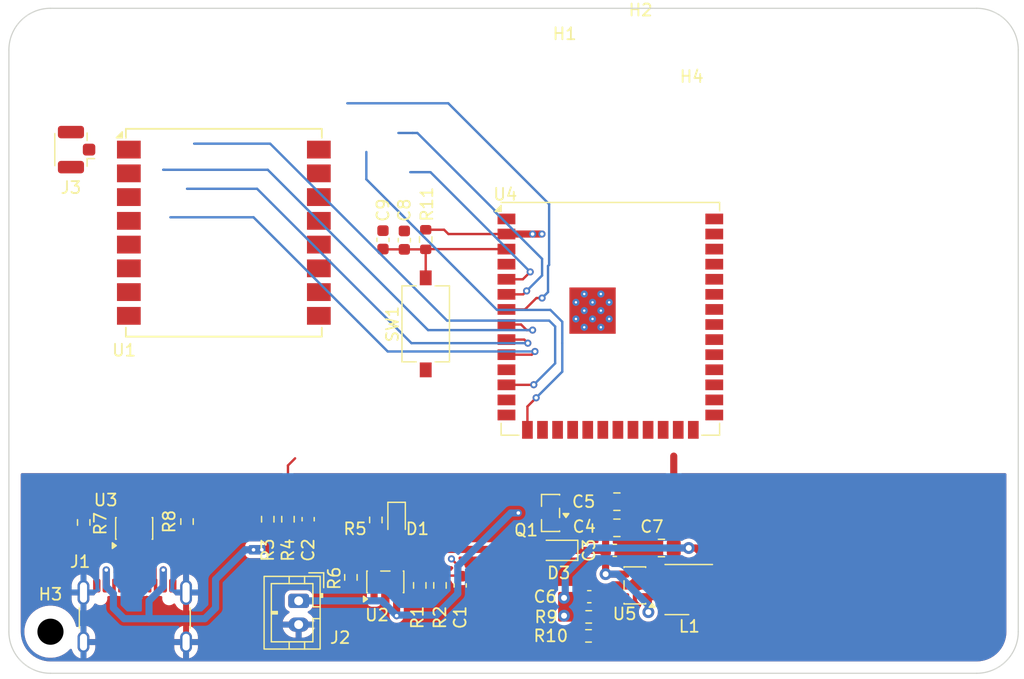
<source format=kicad_pcb>
(kicad_pcb (version 20241229) (generator "pcbnew") (generator_version "9.0")
  (layers (0 "F.Cu" signal) (2 "B.Cu" signal) (13 "F.Paste" user) (15 "B.Paste" user) (5 "F.SilkS" user "F.Silkscreen") (7 "B.SilkS" user "B.Silkscreen") (1 "F.Mask" user) (3 "B.Mask" user) (25 "Edge.Cuts" user))
  (net 0 "")
  (net 1 "/BAT_SENSE")
  (net 2 "GND")
  (net 3 "/V5_SENSE")
  (net 4 "VCC")
  (net 5 "Net-(D1-K)")
  (net 6 "Net-(D3-K)")
  (net 7 "/USB_D-")
  (net 9 "/USB_D+")
  (net 10 "Net-(U5-FB)")
  (net 12 "/VBAT")
  (net 13 "Net-(U2-~{CHRG})")
  (net 14 "Net-(U2-PROG)")
  (net 17 "/DIO3")
  (net 19 "/MOSI")
  (net 26 "/DIO2")
  (net 29 "/VBUS")
  (net 30 "/DIO4")
  (net 33 "/~{LoRa_RST}")
  (net 34 "/MISO")
  (net 40 "/SCK")
  (net 42 "/DIO0")
  (net 50 "/DIO1")
  (net 51 "/~{SS}")
  (net 52 "/DIO5")
  (net 53 "Net-(J1-CC1)")
  (net 54 "Net-(J3-In)")
  (net 55 "Net-(J1-CC2)")
  (net 56 "Net-(U5-LX)")
  (net 57 "Net-(U4-USB_D+)")
  (net 58 "Net-(U4-USB_D-)")
  (net 59 "/~{ESP_EN}")
  (footprint "Capacitor_SMD:C_0603_1608Metric" (layer "F.Cu") (at 131.5 93.5 90)
    (property "Reference" "C9" (at 2.5 0 90) (layer "F.SilkS"))
    (property "Value" "100n" (hide yes))
    (pad "1" smd roundrect (at -0.775 0 90) (size 0.9 0.95) (layers "F.Cu" "F.Mask" "F.Paste") (net 59 "/~{ESP_EN}"))
    (pad "2" smd roundrect (at 0.775 0 90) (size 0.9 0.95) (layers "F.Cu" "F.Mask" "F.Paste") (net 2 "GND"))
  )
  (footprint "Resistor_SMD:R_0603_1608Metric" (layer "F.Cu") (at 121.8 117.025 90)
    (property "Reference" "R3" (at -2.6 0 90) (layer "F.SilkS"))
    (property "Value" "470k" (hide yes))
    (pad "1" smd roundrect (at -0.825 0 90) (size 0.8 0.95) (layers "F.Cu" "F.Mask" "F.Paste") (net 29 "/VBUS"))
    (pad "2" smd roundrect (at 0.825 0 90) (size 0.8 0.95) (layers "F.Cu" "F.Mask" "F.Paste") (net 3 "/V5_SENSE"))
  )
  (footprint "Capacitor_SMD:C_0603_1608Metric" (layer "F.Cu") (at 133.3 93.525 90)
    (property "Reference" "C8" (at 2.525 0 90) (layer "F.SilkS"))
    (property "Value" "1u" (hide yes))
    (pad "1" smd roundrect (at -0.775 0 90) (size 0.9 0.95) (layers "F.Cu" "F.Mask" "F.Paste") (net 59 "/~{ESP_EN}"))
    (pad "2" smd roundrect (at 0.775 0 90) (size 0.9 0.95) (layers "F.Cu" "F.Mask" "F.Paste") (net 2 "GND"))
  )
  (footprint "LED_SMD:LED_0603_1608Metric" (layer "F.Cu") (at 132.65 117.0875 -90)
    (property "Reference" "D1" (at 0.75 -1.75 0) (layer "F.SilkS"))
    (property "Value" "LED" (hide yes))
    (pad "1" smd roundrect (at -0.7875 0 270) (size 0.875 0.95) (layers "F.Cu" "F.Mask" "F.Paste") (net 5 "Net-(D1-K)"))
    (pad "2" smd roundrect (at 0.7875 0 270) (size 0.875 0.95) (layers "F.Cu" "F.Mask" "F.Paste") (net 29 "/VBUS"))
  )
  (footprint "Connector_Coaxial:U.FL_Hirose_U.FL-R-SMT-1_Vertical" (layer "F.Cu") (at 105.7 85.9 180)
    (property "Reference" "J3" (at 0.475 -3.2 0) (layer "F.SilkS"))
    (property "Value" "Conn_Coaxial" (hide yes))
    (pad "1" smd roundrect (at -1.05 0 180) (size 1.05 1) (layers "F.Cu" "F.Mask" "F.Paste") (net 54 "Net-(J3-In)"))
    (pad "2" smd roundrect (at 0.475 -1.475 180) (size 2.2 1.05) (layers "F.Cu" "F.Mask" "F.Paste") (roundrect_rratio 0.2380952381) (net 2 "GND"))
    (pad "2" smd roundrect (at 0.475 1.475 180) (size 2.2 1.05) (layers "F.Cu" "F.Mask" "F.Paste") (roundrect_rratio 0.2380952381) (net 2 "GND"))
    (zone (net 0) (net_name "") (layers "F.Cu" "B.Cu") (connect_pads (clearance 0)) (min_thickness 0.25)
      (keepout (tracks not_allowed) (vias not_allowed) (pads not_allowed) (copperpour not_allowed) (footprints allowed))
      (fill (thermal_gap 0.5) (thermal_bridge_width 0.5))
      (polygon (pts (xy 104.125 86.85) (xy 106.215 86.85) (xy 106.215 84.95) (xy 104.125 84.95)))
    )
  )
  (footprint "Button_Switch_SMD:SW_Tactile_SPST_NO_Straight_CK_PTS636Sx25SMTRLFS" (layer "F.Cu") (at 135.1 100.575 -90)
    (property "Reference" "SW1" (at 0.025 2.8 90) (layer "F.SilkS"))
    (property "Value" "SW_Push" (hide yes))
    (pad "1" smd rect (at -3.875 0 270) (size 1.25 1) (layers "F.Cu" "F.Mask" "F.Paste") (net 59 "/~{ESP_EN}"))
    (pad "2" smd rect (at 3.875 0 270) (size 1.25 1) (layers "F.Cu" "F.Mask" "F.Paste") (net 2 "GND"))
  )
  (footprint "Capacitor_SMD:C_0603_1608Metric" (layer "F.Cu") (at 148.875 123.55)
    (property "Reference" "C6" (at -3.715 0 0) (layer "F.SilkS"))
    (property "Value" "22p" (hide yes))
    (pad "1" smd roundrect (at -0.775 0) (size 0.9 0.95) (layers "F.Cu" "F.Mask" "F.Paste") (net 4 "VCC"))
    (pad "2" smd roundrect (at 0.775 0) (size 0.9 0.95) (layers "F.Cu" "F.Mask" "F.Paste") (net 10 "Net-(U5-FB)"))
  )
  (footprint "Capacitor_SMD:C_0603_1608Metric" (layer "F.Cu") (at 138 122.6 -90)
    (property "Reference" "C1" (at 2.7 0 90) (layer "F.SilkS"))
    (property "Value" "100n" (hide yes))
    (pad "1" smd roundrect (at -0.775 0 270) (size 0.9 0.95) (layers "F.Cu" "F.Mask" "F.Paste") (net 1 "/BAT_SENSE"))
    (pad "2" smd roundrect (at 0.775 0 270) (size 0.9 0.95) (layers "F.Cu" "F.Mask" "F.Paste") (net 2 "GND"))
  )
  (footprint "Resistor_SMD:R_0603_1608Metric" (layer "F.Cu") (at 148.825 125.25)
    (property "Reference" "R9" (at -3.585 0.01 0) (layer "F.SilkS"))
    (property "Value" "220k/1%" (hide yes))
    (pad "1" smd roundrect (at -0.825 0) (size 0.8 0.95) (layers "F.Cu" "F.Mask" "F.Paste") (net 4 "VCC"))
    (pad "2" smd roundrect (at 0.825 0) (size 0.8 0.95) (layers "F.Cu" "F.Mask" "F.Paste") (net 10 "Net-(U5-FB)"))
  )
  (footprint "Package_TO_SOT_SMD:SOT-23" (layer "F.Cu") (at 145.6125 116.5 180)
    (property "Reference" "Q1" (at 2.0625 -1.45 0) (layer "F.SilkS"))
    (property "Value" "DMP3099L" (hide yes))
    (pad "1" smd roundrect (at -0.9375 -0.95 180) (size 1.475 0.6) (layers "F.Cu" "F.Mask" "F.Paste") (net 29 "/VBUS"))
    (pad "2" smd roundrect (at -0.9375 0.95 180) (size 1.475 0.6) (layers "F.Cu" "F.Mask" "F.Paste") (net 6 "Net-(D3-K)"))
    (pad "3" smd roundrect (at 0.9375 0 180) (size 1.475 0.6) (layers "F.Cu" "F.Mask" "F.Paste") (net 12 "/VBAT"))
  )
  (footprint "RF_Module:ESP32-S3-WROOM-1U" (layer "F.Cu") (at 150.65 100.15)
    (property "Reference" "U4" (at -8.85 -10.48 0) (layer "F.SilkS"))
    (property "Value" "ESP32-S3-WROOM-1" (hide yes))
    (pad "1" smd rect (at -8.75 -8.41) (size 1.5 0.9) (layers "F.Cu" "F.Mask" "F.Paste") (net 2 "GND"))
    (pad "2" smd rect (at -8.75 -7.14) (size 1.5 0.9) (layers "F.Cu" "F.Mask" "F.Paste") (net 4 "VCC"))
    (pad "3" smd rect (at -8.75 -5.87) (size 1.5 0.9) (layers "F.Cu" "F.Mask" "F.Paste") (net 59 "/~{ESP_EN}"))
    (pad "4" smd rect (at -8.75 -4.6) (size 1.5 0.9) (layers "F.Cu" "F.Mask" "F.Paste"))
    (pad "5" smd rect (at -8.75 -3.33) (size 1.5 0.9) (layers "F.Cu" "F.Mask" "F.Paste") (net 40 "/SCK"))
    (pad "6" smd rect (at -8.75 -2.06) (size 1.5 0.9) (layers "F.Cu" "F.Mask" "F.Paste") (net 19 "/MOSI"))
    (pad "7" smd rect (at -8.75 -0.79) (size 1.5 0.9) (layers "F.Cu" "F.Mask" "F.Paste") (net 51 "/~{SS}"))
    (pad "8" smd rect (at -8.75 0.48) (size 1.5 0.9) (layers "F.Cu" "F.Mask" "F.Paste") (net 42 "/DIO0"))
    (pad "9" smd rect (at -8.75 1.75) (size 1.5 0.9) (layers "F.Cu" "F.Mask" "F.Paste") (net 50 "/DIO1"))
    (pad "10" smd rect (at -8.75 3.02) (size 1.5 0.9) (layers "F.Cu" "F.Mask" "F.Paste") (net 26 "/DIO2"))
    (pad "11" smd rect (at -8.75 4.29) (size 1.5 0.9) (layers "F.Cu" "F.Mask" "F.Paste"))
    (pad "12" smd rect (at -8.75 5.56) (size 1.5 0.9) (layers "F.Cu" "F.Mask" "F.Paste") (net 33 "/~{LoRa_RST}"))
    (pad "13" smd rect (at -8.75 6.83) (size 1.5 0.9) (layers "F.Cu" "F.Mask" "F.Paste") (net 58 "Net-(U4-USB_D-)"))
    (pad "14" smd rect (at -8.75 8.1 180) (size 1.5 0.9) (layers "F.Cu" "F.Mask" "F.Paste") (net 57 "Net-(U4-USB_D+)"))
    (pad "15" smd rect (at -6.985 9.35 270) (size 1.5 0.9) (layers "F.Cu" "F.Mask" "F.Paste") (net 34 "/MISO"))
    (pad "16" smd rect (at -5.715 9.35 270) (size 1.5 0.9) (layers "F.Cu" "F.Mask" "F.Paste"))
    (pad "17" smd rect (at -4.445 9.35 270) (size 1.5 0.9) (layers "F.Cu" "F.Mask" "F.Paste"))
    (pad "18" smd rect (at -3.175 9.35 270) (size 1.5 0.9) (layers "F.Cu" "F.Mask" "F.Paste"))
    (pad "19" smd rect (at -1.905 9.35 270) (size 1.5 0.9) (layers "F.Cu" "F.Mask" "F.Paste"))
    (pad "20" smd rect (at -0.635 9.35 270) (size 1.5 0.9) (layers "F.Cu" "F.Mask" "F.Paste"))
    (pad "21" smd rect (at 0.635 9.35 270) (size 1.5 0.9) (layers "F.Cu" "F.Mask" "F.Paste"))
    (pad "22" smd rect (at 1.905 9.35 270) (size 1.5 0.9) (layers "F.Cu" "F.Mask" "F.Paste"))
    (pad "23" smd rect (at 3.175 9.35 270) (size 1.5 0.9) (layers "F.Cu" "F.Mask" "F.Paste"))
    (pad "24" smd rect (at 4.445 9.35 270) (size 1.5 0.9) (layers "F.Cu" "F.Mask" "F.Paste"))
    (pad "25" smd rect (at 5.715 9.35 270) (size 1.5 0.9) (layers "F.Cu" "F.Mask" "F.Paste"))
    (pad "26" smd rect (at 6.985 9.35 270) (size 1.5 0.9) (layers "F.Cu" "F.Mask" "F.Paste"))
    (pad "27" smd rect (at 8.75 8.1) (size 1.5 0.9) (layers "F.Cu" "F.Mask" "F.Paste"))
    (pad "28" smd rect (at 8.75 6.83) (size 1.5 0.9) (layers "F.Cu" "F.Mask" "F.Paste"))
    (pad "29" smd rect (at 8.75 5.56) (size 1.5 0.9) (layers "F.Cu" "F.Mask" "F.Paste"))
    (pad "30" smd rect (at 8.75 4.29) (size 1.5 0.9) (layers "F.Cu" "F.Mask" "F.Paste"))
    (pad "31" smd rect (at 8.75 3.02) (size 1.5 0.9) (layers "F.Cu" "F.Mask" "F.Paste"))
    (pad "32" smd rect (at 8.75 1.75) (size 1.5 0.9) (layers "F.Cu" "F.Mask" "F.Paste"))
    (pad "33" smd rect (at 8.75 0.48) (size 1.5 0.9) (layers "F.Cu" "F.Mask" "F.Paste"))
    (pad "34" smd rect (at 8.75 -0.79) (size 1.5 0.9) (layers "F.Cu" "F.Mask" "F.Paste"))
    (pad "35" smd rect (at 8.75 -2.06) (size 1.5 0.9) (layers "F.Cu" "F.Mask" "F.Paste"))
    (pad "36" smd rect (at 8.75 -3.33) (size 1.5 0.9) (layers "F.Cu" "F.Mask" "F.Paste"))
    (pad "37" smd rect (at 8.75 -4.6) (size 1.5 0.9) (layers "F.Cu" "F.Mask" "F.Paste"))
    (pad "38" smd rect (at 8.75 -5.87) (size 1.5 0.9) (layers "F.Cu" "F.Mask" "F.Paste"))
    (pad "39" smd rect (at 8.75 -7.14) (size 1.5 0.9) (layers "F.Cu" "F.Mask" "F.Paste"))
    (pad "40" smd rect (at 8.75 -8.41) (size 1.5 0.9) (layers "F.Cu" "F.Mask" "F.Paste") (net 2 "GND"))
    (pad "41" thru_hole circle (at -2.9 -1.39) (size 0.6 0.6) (drill 0.2) (property pad_prop_heatsink) (layers "*.Cu" "F.Mask") (net 2 "GND"))
    (pad "41" thru_hole circle (at -2.9 0.01) (size 0.6 0.6) (drill 0.2) (property pad_prop_heatsink) (layers "*.Cu" "F.Mask") (net 2 "GND"))
    (pad "41" thru_hole circle (at -2.2 -2.09) (size 0.6 0.6) (drill 0.2) (property pad_prop_heatsink) (layers "*.Cu" "F.Mask") (net 2 "GND"))
    (pad "41" thru_hole circle (at -2.2 -0.69) (size 0.6 0.6) (drill 0.2) (property pad_prop_heatsink) (layers "*.Cu" "F.Mask") (net 2 "GND"))
    (pad "41" thru_hole circle (at -2.2 0.71) (size 0.6 0.6) (drill 0.2) (property pad_prop_heatsink) (layers "*.Cu" "F.Mask") (net 2 "GND"))
    (pad "41" thru_hole circle (at -1.5 -1.39) (size 0.6 0.6) (drill 0.2) (property pad_prop_heatsink) (layers "*.Cu" "F.Mask") (net 2 "GND"))
    (pad "41" smd rect (at -1.5 -0.69) (size 3.9 3.9) (property pad_prop_heatsink) (layers "F.Cu" "F.Mask") (net 2 "GND"))
    (pad "41" thru_hole circle (at -1.5 0.01) (size 0.6 0.6) (drill 0.2) (property pad_prop_heatsink) (layers "*.Cu" "F.Mask") (net 2 "GND"))
    (pad "41" thru_hole circle (at -0.8 -2.09) (size 0.6 0.6) (drill 0.2) (property pad_prop_heatsink) (layers "*.Cu" "F.Mask") (net 2 "GND"))
    (pad "41" thru_hole circle (at -0.8 -0.69) (size 0.6 0.6) (drill 0.2) (property pad_prop_heatsink) (layers "*.Cu" "F.Mask") (net 2 "GND"))
    (pad "41" thru_hole circle (at -0.8 0.71) (size 0.6 0.6) (drill 0.2) (property pad_prop_heatsink) (layers "*.Cu" "F.Mask") (net 2 "GND"))
    (pad "41" thru_hole circle (at -0.1 -1.39) (size 0.6 0.6) (drill 0.2) (property pad_prop_heatsink) (layers "*.Cu" "F.Mask") (net 2 "GND"))
    (pad "41" thru_hole circle (at -0.1 0.01) (size 0.6 0.6) (drill 0.2) (property pad_prop_heatsink) (layers "*.Cu" "F.Mask") (net 2 "GND"))
  )
  (footprint "Resistor_SMD:R_0603_1608Metric" (layer "F.Cu") (at 115 117.225 90)
    (property "Reference" "R8" (at 0 -1.5 90) (layer "F.SilkS"))
    (property "Value" "5.1k" (hide yes))
    (pad "1" smd roundrect (at -0.825 0 90) (size 0.8 0.95) (layers "F.Cu" "F.Mask" "F.Paste") (net 55 "Net-(J1-CC2)"))
    (pad "2" smd roundrect (at 0.825 0 90) (size 0.8 0.95) (layers "F.Cu" "F.Mask" "F.Paste") (net 2 "GND"))
  )
  (footprint "MountingHole:MountingHole_2.2mm_M2" (layer "F.Cu") (at 103.5 126.5)
    (property "Reference" "H3" (at 0 -3.15 0) (layer "F.SilkS"))
    (property "Value" "MountingHole" (hide yes))
    (pad "" np_thru_hole circle (at 0 0) (size 2.2 2.2) (drill 2.2) (layers "*.Mask"))
  )
  (footprint "Resistor_SMD:R_0603_1608Metric" (layer "F.Cu") (at 134.6 122.6 90)
    (property "Reference" "R1" (at -2.7 -0.2 90) (layer "F.SilkS"))
    (property "Value" "470k" (hide yes))
    (pad "1" smd roundrect (at -0.825 0 90) (size 0.8 0.95) (layers "F.Cu" "F.Mask" "F.Paste") (net 12 "/VBAT"))
    (pad "2" smd roundrect (at 0.825 0 90) (size 0.8 0.95) (layers "F.Cu" "F.Mask" "F.Paste") (net 1 "/BAT_SENSE"))
  )
  (footprint "Capacitor_SMD:C_0805_2012Metric" (layer "F.Cu") (at 151.2 115.55)
    (property "Reference" "C5" (at -2.8 0 0) (layer "F.SilkS"))
    (property "Value" "22u" (hide yes))
    (pad "1" smd roundrect (at -0.95 0) (size 1 1.45) (layers "F.Cu" "F.Mask" "F.Paste") (net 6 "Net-(D3-K)"))
    (pad "2" smd roundrect (at 0.95 0) (size 1 1.45) (layers "F.Cu" "F.Mask" "F.Paste") (net 2 "GND"))
  )
  (footprint "MountingHole:MountingHole_2.2mm_M2" (layer "F.Cu") (at 146.8 79.3)
    (property "Reference" "H1" (at 0 -3.15 0) (layer "F.SilkS"))
    (property "Value" "MountingHole" (hide yes))
    (pad "" np_thru_hole circle (at 0 0) (size 2.2 2.2) (drill 2.2) (layers "*.Cu" "*.Mask"))
  )
  (footprint "Resistor_SMD:R_0603_1608Metric" (layer "F.Cu") (at 106.3 117.3 90)
    (property "Reference" "R7" (at -0.1 1.4 90) (layer "F.SilkS"))
    (property "Value" "5.1k" (hide yes))
    (pad "1" smd roundrect (at -0.825 0 90) (size 0.8 0.95) (layers "F.Cu" "F.Mask" "F.Paste") (net 53 "Net-(J1-CC1)"))
    (pad "2" smd roundrect (at 0.825 0 90) (size 0.8 0.95) (layers "F.Cu" "F.Mask" "F.Paste") (net 2 "GND"))
  )
  (footprint "Resistor_SMD:R_0603_1608Metric" (layer "F.Cu") (at 136.3 122.6 -90)
    (property "Reference" "R2" (at 2.7 0 90) (layer "F.SilkS"))
    (property "Value" "470k" (hide yes))
    (pad "1" smd roundrect (at -0.825 0 270) (size 0.8 0.95) (layers "F.Cu" "F.Mask" "F.Paste") (net 1 "/BAT_SENSE"))
    (pad "2" smd roundrect (at 0.825 0 270) (size 0.8 0.95) (layers "F.Cu" "F.Mask" "F.Paste") (net 2 "GND"))
  )
  (footprint "MountingHole:MountingHole_2.2mm_M2" (layer "F.Cu") (at 157.5 82.9)
    (property "Reference" "H4" (at 0 -3.15 0) (layer "F.SilkS"))
    (property "Value" "MountingHole" (hide yes))
    (pad "" np_thru_hole circle (at 0 0) (size 2.2 2.2) (drill 2.2) (layers "*.Cu" "*.Mask"))
  )
  (footprint "Inductor_SMD_Wurth:L_Wurth_WE-LQSH-4020" (layer "F.Cu") (at 157.25 122.95 180)
    (property "Reference" "L1" (at -0.05 -3.1 0) (layer "F.SilkS"))
    (property "Value" "22uH" (hide yes))
    (pad "1" smd rect (at -1.55 0 180) (size 1.2 3.3) (layers "F.Cu" "F.Mask" "F.Paste") (net 4 "VCC"))
    (pad "2" smd rect (at 1.55 0 180) (size 1.2 3.3) (layers "F.Cu" "F.Mask" "F.Paste") (net 56 "Net-(U5-LX)"))
  )
  (footprint "Resistor_SMD:R_0603_1608Metric" (layer "F.Cu") (at 123.5 117.025 -90)
    (property "Reference" "R4" (at 2.6 0 90) (layer "F.SilkS"))
    (property "Value" "470k" (hide yes))
    (pad "1" smd roundrect (at -0.825 0 270) (size 0.8 0.95) (layers "F.Cu" "F.Mask" "F.Paste") (net 3 "/V5_SENSE"))
    (pad "2" smd roundrect (at 0.825 0 270) (size 0.8 0.95) (layers "F.Cu" "F.Mask" "F.Paste") (net 2 "GND"))
  )
  (footprint "Package_TO_SOT_SMD:SOT-23-5" (layer "F.Cu") (at 152.7125 122.6 180)
    (property "Reference" "U5" (at 0.8625 -2.4 0) (layer "F.SilkS"))
    (property "Value" "SY8089AAAC" (hide yes))
    (pad "1" smd roundrect (at -1.1375 -0.95 180) (size 1.325 0.6) (layers "F.Cu" "F.Mask" "F.Paste") (net 6 "Net-(D3-K)"))
    (pad "2" smd roundrect (at -1.1375 0 180) (size 1.325 0.6) (layers "F.Cu" "F.Mask" "F.Paste") (net 2 "GND"))
    (pad "3" smd roundrect (at -1.1375 0.95 180) (size 1.325 0.6) (layers "F.Cu" "F.Mask" "F.Paste") (net 56 "Net-(U5-LX)"))
    (pad "4" smd roundrect (at 1.1375 0.95 180) (size 1.325 0.6) (layers "F.Cu" "F.Mask" "F.Paste") (net 6 "Net-(D3-K)"))
    (pad "5" smd roundrect (at 1.1375 -0.95 180) (size 1.325 0.6) (layers "F.Cu" "F.Mask" "F.Paste") (net 10 "Net-(U5-FB)"))
  )
  (footprint "Resistor_SMD:R_0603_1608Metric" (layer "F.Cu") (at 135.1 93.475 -90)
    (property "Reference" "R11" (at -2.975 -0.1 270) (layer "F.SilkS"))
    (property "Value" "10k" (hide yes))
    (pad "1" smd roundrect (at -0.825 0 270) (size 0.8 0.95) (layers "F.Cu" "F.Mask" "F.Paste") (net 4 "VCC"))
    (pad "2" smd roundrect (at 0.825 0 270) (size 0.8 0.95) (layers "F.Cu" "F.Mask" "F.Paste") (net 59 "/~{ESP_EN}"))
  )
  (footprint "Diode_SMD:D_SOD-323" (layer "F.Cu") (at 146.3 119.65 180)
    (property "Reference" "D3" (at 0 -1.9 0) (layer "F.SilkS"))
    (property "Value" "1N5819WS" (hide yes))
    (pad "1" smd roundrect (at -1.05 0 180) (size 0.6 0.45) (layers "F.Cu" "F.Mask" "F.Paste") (net 6 "Net-(D3-K)"))
    (pad "2" smd roundrect (at 1.05 0 180) (size 0.6 0.45) (layers "F.Cu" "F.Mask" "F.Paste") (net 29 "/VBUS"))
  )
  (footprint "Capacitor_SMD:C_0603_1608Metric" (layer "F.Cu") (at 151.025 119.65)
    (property "Reference" "C3" (at -2.175 0 90) (layer "F.SilkS"))
    (property "Value" "100n" (hide yes))
    (pad "1" smd roundrect (at -0.775 0) (size 0.9 0.95) (layers "F.Cu" "F.Mask" "F.Paste") (net 6 "Net-(D3-K)"))
    (pad "2" smd roundrect (at 0.775 0) (size 0.9 0.95) (layers "F.Cu" "F.Mask" "F.Paste") (net 2 "GND"))
  )
  (footprint "Connector_USB:USB_C_Receptacle_GCT_USB4105-xx-A_16P_TopMnt_Horizontal" (layer "F.Cu") (at 110.6 126.3)
    (property "Reference" "J1" (at -4.6 -5.7 0) (layer "F.SilkS"))
    (property "Value" "USB_C_Receptacle_USB2.0_16P" (hide yes))
    (pad "" np_thru_hole circle (at -2.89 -2.605) (size 0.65 0.65) (drill 0.65) (layers "*.Cu" "*.Mask"))
    (pad "" np_thru_hole circle (at 2.89 -2.605) (size 0.65 0.65) (drill 0.65) (layers "*.Cu" "*.Mask"))
    (pad "A1" smd roundrect (at -3.2 -3.68) (size 0.6 1.15) (layers "F.Cu" "F.Mask" "F.Paste") (net 2 "GND"))
    (pad "A4" smd roundrect (at -2.4 -3.68) (size 0.6 1.15) (layers "F.Cu" "F.Mask" "F.Paste") (net 29 "/VBUS"))
    (pad "A5" smd roundrect (at -1.25 -3.68) (size 0.3 1.15) (layers "F.Cu" "F.Mask" "F.Paste") (net 53 "Net-(J1-CC1)"))
    (pad "A6" smd roundrect (at -0.25 -3.68) (size 0.3 1.15) (layers "F.Cu" "F.Mask" "F.Paste") (net 9 "/USB_D+"))
    (pad "A7" smd roundrect (at 0.25 -3.68) (size 0.3 1.15) (layers "F.Cu" "F.Mask" "F.Paste") (net 7 "/USB_D-"))
    (pad "A8" smd roundrect (at 1.25 -3.68) (size 0.3 1.15) (layers "F.Cu" "F.Mask" "F.Paste"))
    (pad "A9" smd roundrect (at 2.4 -3.68) (size 0.6 1.15) (layers "F.Cu" "F.Mask" "F.Paste") (net 29 "/VBUS"))
    (pad "A12" smd roundrect (at 3.2 -3.68) (size 0.6 1.15) (layers "F.Cu" "F.Mask" "F.Paste") (net 2 "GND"))
    (pad "B1" smd roundrect (at 3.2 -3.68) (size 0.6 1.15) (layers "F.Cu" "F.Mask" "F.Paste") (net 2 "GND"))
    (pad "B4" smd roundrect (at 2.4 -3.68) (size 0.6 1.15) (layers "F.Cu" "F.Mask" "F.Paste") (net 29 "/VBUS"))
    (pad "B5" smd roundrect (at 1.75 -3.68) (size 0.3 1.15) (layers "F.Cu" "F.Mask" "F.Paste") (net 55 "Net-(J1-CC2)"))
    (pad "B6" smd roundrect (at 0.75 -3.68) (size 0.3 1.15) (layers "F.Cu" "F.Mask" "F.Paste") (net 9 "/USB_D+"))
    (pad "B7" smd roundrect (at -0.75 -3.68) (size 0.3 1.15) (layers "F.Cu" "F.Mask" "F.Paste") (net 7 "/USB_D-"))
    (pad "B8" smd roundrect (at -1.75 -3.68) (size 0.3 1.15) (layers "F.Cu" "F.Mask" "F.Paste"))
    (pad "B9" smd roundrect (at -2.4 -3.68) (size 0.6 1.15) (layers "F.Cu" "F.Mask" "F.Paste") (net 29 "/VBUS"))
    (pad "B12" smd roundrect (at -3.2 -3.68) (size 0.6 1.15) (layers "F.Cu" "F.Mask" "F.Paste") (net 2 "GND"))
    (pad "S1" thru_hole oval (at -4.32 -3.105) (size 1 2.1) (drill oval 0.6 1.7) (property pad_prop_heatsink) (layers "*.Cu" "*.Mask" "F.Paste") (net 2 "GND"))
    (pad "S1" thru_hole oval (at -4.32 1.075) (size 1 1.8) (drill oval 0.6 1.4) (property pad_prop_heatsink) (layers "*.Cu" "*.Mask" "F.Paste") (net 2 "GND"))
    (pad "S1" thru_hole oval (at 4.32 -3.105) (size 1 2.1) (drill oval 0.6 1.7) (property pad_prop_heatsink) (layers "*.Cu" "*.Mask" "F.Paste") (net 2 "GND"))
    (pad "S1" thru_hole oval (at 4.32 1.075) (size 1 1.8) (drill oval 0.6 1.4) (property pad_prop_heatsink) (layers "*.Cu" "*.Mask" "F.Paste") (net 2 "GND"))
  )
  (footprint "Package_TO_SOT_SMD:TSOT-23-5" (layer "F.Cu") (at 131.7 122.3 90)
    (property "Reference" "U2" (at -2.8 -0.7 0) (layer "F.SilkS"))
    (property "Value" "LTC4054ES5-4.2" (hide yes))
    (pad "1" smd roundrect (at -1.1375 -0.95 90) (size 1.325 0.6) (layers "F.Cu" "F.Mask" "F.Paste") (net 13 "Net-(U2-~{CHRG})"))
    (pad "2" smd roundrect (at -1.1375 0 90) (size 1.325 0.6) (layers "F.Cu" "F.Mask" "F.Paste") (net 2 "GND"))
    (pad "3" smd roundrect (at -1.1375 0.95 90) (size 1.325 0.6) (layers "F.Cu" "F.Mask" "F.Paste") (net 12 "/VBAT"))
    (pad "4" smd roundrect (at 1.1375 0.95 90) (size 1.325 0.6) (layers "F.Cu" "F.Mask" "F.Paste") (net 29 "/VBUS"))
    (pad "5" smd roundrect (at 1.1375 -0.95 90) (size 1.325 0.6) (layers "F.Cu" "F.Mask" "F.Paste") (net 14 "Net-(U2-PROG)"))
  )
  (footprint "Resistor_SMD:R_0603_1608Metric" (layer "F.Cu") (at 128.8 121.925 -90)
    (property "Reference" "R6" (at 0.075 1.4 90) (layer "F.SilkS"))
    (property "Value" "2.2k" (hide yes))
    (pad "1" smd roundrect (at -0.825 0 270) (size 0.8 0.95) (layers "F.Cu" "F.Mask" "F.Paste") (net 14 "Net-(U2-PROG)"))
    (pad "2" smd roundrect (at 0.825 0 270) (size 0.8 0.95) (layers "F.Cu" "F.Mask" "F.Paste") (net 2 "GND"))
  )
  (footprint "RF_Module:Ai-Thinker-Ra-01-LoRa" (layer "F.Cu") (at 118.1 92.9)
    (property "Reference" "U1" (at -8.4 9.9 0) (layer "F.SilkS"))
    (property "Value" "Ai-Thinker-Ra-01" (hide yes))
    (pad "1" smd rect (at -8 -7) (size 2 1.5) (layers "F.Cu" "F.Mask" "F.Paste") (net 54 "Net-(J3-In)"))
    (pad "2" smd rect (at -8 -5) (size 2 1.5) (layers "F.Cu" "F.Mask" "F.Paste") (net 2 "GND"))
    (pad "3" smd rect (at -8 -3) (size 2 1.5) (layers "F.Cu" "F.Mask" "F.Paste") (net 4 "VCC"))
    (pad "4" smd rect (at -8 -1) (size 2 1.5) (layers "F.Cu" "F.Mask" "F.Paste") (net 33 "/~{LoRa_RST}"))
    (pad "5" smd rect (at -8 1) (size 2 1.5) (layers "F.Cu" "F.Mask" "F.Paste") (net 42 "/DIO0"))
    (pad "6" smd rect (at -8 3) (size 2 1.5) (layers "F.Cu" "F.Mask" "F.Paste") (net 50 "/DIO1"))
    (pad "7" smd rect (at -8 5) (size 2 1.5) (layers "F.Cu" "F.Mask" "F.Paste") (net 26 "/DIO2"))
    (pad "8" smd rect (at -8 7) (size 2 1.5) (layers "F.Cu" "F.Mask" "F.Paste") (net 17 "/DIO3"))
    (pad "9" smd rect (at 8 7) (size 2 1.5) (layers "F.Cu" "F.Mask" "F.Paste") (net 2 "GND"))
    (pad "10" smd rect (at 8 5) (size 2 1.5) (layers "F.Cu" "F.Mask" "F.Paste") (net 30 "/DIO4"))
    (pad "11" smd rect (at 8 3) (size 2 1.5) (layers "F.Cu" "F.Mask" "F.Paste") (net 52 "/DIO5"))
    (pad "12" smd rect (at 8 1) (size 2 1.5) (layers "F.Cu" "F.Mask" "F.Paste") (net 40 "/SCK"))
    (pad "13" smd rect (at 8 -1) (size 2 1.5) (layers "F.Cu" "F.Mask" "F.Paste") (net 34 "/MISO"))
    (pad "14" smd rect (at 8 -3) (size 2 1.5) (layers "F.Cu" "F.Mask" "F.Paste") (net 19 "/MOSI"))
    (pad "15" smd rect (at 8 -5) (size 2 1.5) (layers "F.Cu" "F.Mask" "F.Paste") (net 51 "/~{SS}"))
    (pad "16" smd rect (at 8 -7) (size 2 1.5) (layers "F.Cu" "F.Mask" "F.Paste") (net 2 "GND"))
  )
  (footprint "Capacitor_SMD:C_0805_2012Metric_Pad1.18x1.45mm_HandSolder" (layer "F.Cu") (at 154.95 119.45 180)
    (property "Reference" "C7" (at 0.8 1.8 180) (layer "F.SilkS"))
    (property "Value" "22u" (hide yes))
    (pad "1" smd roundrect (at -1.0375 0 180) (size 1.175 1.45) (layers "F.Cu" "F.Mask" "F.Paste") (roundrect_rratio 0.212766) (net 4 "VCC"))
    (pad "2" smd roundrect (at 1.0375 0 180) (size 1.175 1.45) (layers "F.Cu" "F.Mask" "F.Paste") (roundrect_rratio 0.212766) (net 2 "GND"))
  )
  (footprint "MountingHole:MountingHole_2.2mm_M2" (layer "F.Cu") (at 153.2 77.3)
    (property "Reference" "H2" (at 0 -3.15 0) (layer "F.SilkS"))
    (property "Value" "MountingHole" (hide yes))
    (pad "" np_thru_hole circle (at 0 0) (size 2.2 2.2) (drill 2.2) (layers "*.Cu" "*.Mask"))
  )
  (footprint "Capacitor_SMD:C_0603_1608Metric" (layer "F.Cu") (at 125.2 117.025 -90)
    (property "Reference" "C2" (at 2.6 0 90) (layer "F.SilkS"))
    (property "Value" "100n" (hide yes))
    (pad "1" smd roundrect (at -0.775 0 270) (size 0.9 0.95) (layers "F.Cu" "F.Mask" "F.Paste") (net 3 "/V5_SENSE"))
    (pad "2" smd roundrect (at 0.775 0 270) (size 0.9 0.95) (layers "F.Cu" "F.Mask" "F.Paste") (net 2 "GND"))
  )
  (footprint "Package_TO_SOT_SMD:SOT-23-6" (layer "F.Cu") (at 110.55 117.8 90)
    (property "Reference" "U3" (at 2.3875 -2.4 180) (layer "F.SilkS"))
    (property "Value" "USBLC6-2SC6" (hide yes))
    (pad "1" smd roundrect (at -1.1375 -0.95 90) (size 1.325 0.6) (layers "F.Cu" "F.Mask" "F.Paste") (net 7 "/USB_D-"))
    (pad "2" smd roundrect (at -1.1375 0 90) (size 1.325 0.6) (layers "F.Cu" "F.Mask" "F.Paste") (net 2 "GND"))
    (pad "3" smd roundrect (at -1.1375 0.95 90) (size 1.325 0.6) (layers "F.Cu" "F.Mask" "F.Paste") (net 9 "/USB_D+"))
    (pad "4" smd roundrect (at 1.1375 0.95 90) (size 1.325 0.6) (layers "F.Cu" "F.Mask" "F.Paste") (net 57 "Net-(U4-USB_D+)"))
    (pad "5" smd roundrect (at 1.1375 0 90) (size 1.325 0.6) (layers "F.Cu" "F.Mask" "F.Paste") (net 29 "/VBUS"))
    (pad "6" smd roundrect (at 1.1375 -0.95 90) (size 1.325 0.6) (layers "F.Cu" "F.Mask" "F.Paste") (net 58 "Net-(U4-USB_D-)"))
  )
  (footprint "Capacitor_SMD:C_0805_2012Metric" (layer "F.Cu") (at 151.2 117.75)
    (property "Reference" "C4" (at -2.75 -0.1 0) (layer "F.SilkS"))
    (property "Value" "22u" (hide yes))
    (pad "1" smd roundrect (at -0.95 0) (size 1 1.45) (layers "F.Cu" "F.Mask" "F.Paste") (net 6 "Net-(D3-K)"))
    (pad "2" smd roundrect (at 0.95 0) (size 1 1.45) (layers "F.Cu" "F.Mask" "F.Paste") (net 2 "GND"))
  )
  (footprint "Connector_JST:JST_PH_B2B-PH-K_1x02_P2.00mm_Vertical" (layer "F.Cu") (at 124.4 123.9 -90)
    (property "Reference" "J2" (at 3.1 -3.5 0) (layer "F.SilkS"))
    (property "Value" "Conn_01x02_Socket" (hide yes))
    (pad "1" thru_hole roundrect (at 0 0 270) (size 1.2 1.75) (drill 0.75) (layers "*.Cu" "*.Mask") (roundrect_rratio 0.208333) (net 12 "/VBAT"))
    (pad "2" thru_hole oval (at 2 0 270) (size 1.2 1.75) (drill 0.75) (layers "*.Cu" "*.Mask") (net 2 "GND"))
  )
  (footprint "Resistor_SMD:R_0603_1608Metric" (layer "F.Cu") (at 130.9 117.0875 -90)
    (property "Reference" "R5" (at 0.75 1.75 0) (layer "F.SilkS"))
    (property "Value" "2.2k" (hide yes))
    (pad "1" smd roundrect (at -0.825 0 270) (size 0.8 0.95) (layers "F.Cu" "F.Mask" "F.Paste") (net 5 "Net-(D1-K)"))
    (pad "2" smd roundrect (at 0.825 0 270) (size 0.8 0.95) (layers "F.Cu" "F.Mask" "F.Paste") (net 13 "Net-(U2-~{CHRG})"))
  )
  (footprint "Resistor_SMD:R_0603_1608Metric" (layer "F.Cu") (at 148.81 126.85 180)
    (property "Reference" "R10" (at 3.175 0 0) (layer "F.SilkS"))
    (property "Value" "49.9k/1%" (hide yes))
    (pad "1" smd roundrect (at -0.825 0 180) (size 0.8 0.95) (layers "F.Cu" "F.Mask" "F.Paste") (net 10 "Net-(U5-FB)"))
    (pad "2" smd roundrect (at 0.825 0 180) (size 0.8 0.95) (layers "F.Cu" "F.Mask" "F.Paste") (net 2 "GND"))
  )
  (gr_arc (start 100 77.5) (mid 101.025126 75.025126) (end 103.5 74) (stroke (width 0.1)) (layer "Edge.Cuts"))
  (gr_line (start 181.5 74) (end 103.5 74) (stroke (width 0.1)) (layer "Edge.Cuts"))
  (gr_line (start 103.5 130) (end 181.5 130) (stroke (width 0.1)) (layer "Edge.Cuts"))
  (gr_arc (start 103.5 130) (mid 101.025126 128.974874) (end 100 126.5) (stroke (width 0.1)) (layer "Edge.Cuts"))
  (gr_line (start 100 77.5) (end 100 126.5) (stroke (width 0.1)) (layer "Edge.Cuts"))
  (gr_arc (start 185 126.5) (mid 183.974874 128.974874) (end 181.5 130) (stroke (width 0.1)) (layer "Edge.Cuts"))
  (gr_line (start 185 126.5) (end 185 77.5) (stroke (width 0.1)) (layer "Edge.Cuts"))
  (gr_arc (start 181.5 74) (mid 183.974874 75.025126) (end 185 77.5) (stroke (width 0.1)) (layer "Edge.Cuts"))
  (gr_text "H3S-Dev-V1" (at 167.2 128.2 0) (layer "F.Cu") (effects (font (size 1.5 1.5) (thickness 0.3) (bold yes)) (justify left bottom)))
  (segment (start 138 121.825) (end 138 121.1) (width 0.2) (layer "F.Cu") (net 1))
  (segment (start 137.95 121.775) (end 138 121.825) (width 0.2) (layer "F.Cu") (net 1))
  (segment (start 138 121.1) (end 137.267921 120.367921) (width 0.2) (layer "F.Cu") (net 1))
  (segment (start 134.6 121.775) (end 137.95 121.775) (width 0.2) (layer "F.Cu") (net 1))
  (via (at 137.267921 120.367921) (size 0.6) (drill 0.3) (layers "F.Cu" "B.Cu") (net 1))
  (segment (start 123.5 116.2) (end 123.5 112.5) (width 0.2) (layer "F.Cu") (net 3))
  (segment (start 121.8 116.2) (end 125.15 116.2) (width 0.2) (layer "F.Cu") (net 3))
  (segment (start 123.5 112.5) (end 124.1 111.9) (width 0.2) (layer "F.Cu") (net 3))
  (segment (start 125.15 116.2) (end 125.2 116.25) (width 0.2) (layer "F.Cu") (net 3))
  (segment (start 136.65 92.65) (end 135.1 92.65) (width 0.2) (layer "F.Cu") (net 4))
  (segment (start 158.8 120.4) (end 157.85 119.45) (width 0.6) (layer "F.Cu") (net 4))
  (segment (start 155.9875 119.45) (end 155.9875 111.7125) (width 0.6) (layer "F.Cu") (net 4))
  (segment (start 141.9 93.01) (end 137.01 93.01) (width 0.2) (layer "F.Cu") (net 4))
  (segment (start 144.1 93.01) (end 144.89 93.01) (width 0.6) (layer "F.Cu") (net 4))
  (segment (start 137.01 93.01) (end 136.65 92.65) (width 0.2) (layer "F.Cu") (net 4))
  (segment (start 141.9 93.01) (end 144.1 93.01) (width 0.6) (layer "F.Cu") (net 4))
  (segment (start 158.8 122.95) (end 158.8 120.4) (width 0.6) (layer "F.Cu") (net 4))
  (segment (start 157.85 119.45) (end 155.9875 119.45) (width 0.6) (layer "F.Cu") (net 4))
  (via (at 144.89 93.01) (size 0.6) (drill 0.3) (layers "F.Cu" "B.Cu") (net 4))
  (via (at 146.75 125.15) (size 1) (drill 0.5) (layers "F.Cu" "B.Cu") (net 4))
  (via (at 157.25 119.45) (size 1) (drill 0.5) (layers "F.Cu" "B.Cu") (net 4))
  (via (at 146.75 123.65) (size 1) (drill 0.5) (layers "F.Cu" "B.Cu") (net 4))
  (via (at 144.1 93.01) (size 0.6) (drill 0.3) (layers "F.Cu" "B.Cu") (net 4))
  (segment (start 149.05 119.45) (end 146.85 121.65) (width 0.6) (layer "B.Cu") (net 4))
  (segment (start 146.85 123.55) (end 146.75 123.65) (width 0.6) (layer "B.Cu") (net 4))
  (segment (start 146.85 121.65) (end 146.85 123.55) (width 0.6) (layer "B.Cu") (net 4))
  (segment (start 157.25 119.45) (end 149.05 119.45) (width 0.6) (layer "B.Cu") (net 4))
  (segment (start 130.9375 116.3) (end 130.9 116.2625) (width 0.2) (layer "F.Cu") (net 5))
  (segment (start 132.65 116.3) (end 130.9375 116.3) (width 0.2) (layer "F.Cu") (net 5))
  (segment (start 150.25 119.65) (end 147.35 119.65) (width 0.6) (layer "F.Cu") (net 6))
  (segment (start 153.85 123.55) (end 153.85 124.85) (width 0.6) (layer "F.Cu") (net 6))
  (segment (start 151.55 121.65) (end 150.25 121.65) (width 0.6) (layer "F.Cu") (net 6))
  (segment (start 150.25 121.65) (end 150.25 115.55) (width 0.6) (layer "F.Cu") (net 6))
  (segment (start 150.25 115.55) (end 146.55 115.55) (width 0.6) (layer "F.Cu") (net 6))
  (via (at 153.85 124.85) (size 1) (drill 0.5) (layers "F.Cu" "B.Cu") (net 6))
  (via (at 150.25 121.65) (size 1) (drill 0.5) (layers "F.Cu" "B.Cu") (net 6))
  (segment (start 151.25 121.65) (end 153.85 124.25) (width 0.6) (layer "B.Cu") (net 6))
  (segment (start 150.25 121.65) (end 151.25 121.65) (width 0.6) (layer "B.Cu") (net 6))
  (segment (start 153.85 124.25) (end 153.85 124.85) (width 0.6) (layer "B.Cu") (net 6))
  (segment (start 109.85 123.6) (end 110.17 123.92) (width 0.2) (layer "F.Cu") (net 7))
  (segment (start 109.6 118.9375) (end 109.6 119.69) (width 0.2) (layer "F.Cu") (net 7))
  (segment (start 109.85 122.62) (end 109.85 123.6) (width 0.2) (layer "F.Cu") (net 7))
  (segment (start 110.17 123.92) (end 110.51 123.92) (width 0.2) (layer "F.Cu") (net 7))
  (segment (start 109.6 119.69) (end 110.325 120.415) (width 0.2) (layer "F.Cu") (net 7))
  (segment (start 110.51 123.92) (end 110.85 123.58) (width 0.2) (layer "F.Cu") (net 7))
  (segment (start 110.325 120.415) (end 110.325 121.118086) (width 0.2) (layer "F.Cu") (net 7))
  (segment (start 109.85 121.593086) (end 109.85 122.62) (width 0.2) (layer "F.Cu") (net 7))
  (segment (start 110.85 123.58) (end 110.85 122.62) (width 0.2) (layer "F.Cu") (net 7))
  (segment (start 110.325 121.118086) (end 109.85 121.593086) (width 0.2) (layer "F.Cu") (net 7))
  (segment (start 110.6 121.69) (end 110.35 121.94) (width 0.2) (layer "F.Cu") (net 9))
  (segment (start 111.35 121.89) (end 111.15 121.69) (width 0.2) (layer "F.Cu") (net 9))
  (segment (start 111.5 119.71) (end 110.726 120.484) (width 0.2) (layer "F.Cu") (net 9))
  (segment (start 111.35 122.62) (end 111.35 121.89) (width 0.2) (layer "F.Cu") (net 9))
  (segment (start 111.15 121.69) (end 110.6 121.69) (width 0.2) (layer "F.Cu") (net 9))
  (segment (start 110.35 121.94) (end 110.35 122.62) (width 0.2) (layer "F.Cu") (net 9))
  (segment (start 110.726 121.564) (end 110.6 121.69) (width 0.2) (layer "F.Cu") (net 9))
  (segment (start 110.726 120.484) (end 110.726 121.564) (width 0.2) (layer "F.Cu") (net 9))
  (segment (start 111.5 118.9375) (end 111.5 119.71) (width 0.2) (layer "F.Cu") (net 9))
  (segment (start 151.575 123.55) (end 149.65 123.55) (width 0.6) (layer "F.Cu") (net 10))
  (segment (start 149.65 126.835) (end 149.635 126.85) (width 0.6) (layer "F.Cu") (net 10))
  (segment (start 149.65 123.55) (end 149.65 126.835) (width 0.6) (layer "F.Cu") (net 10))
  (segment (start 132.65 123.4375) (end 134.5875 123.4375) (width 0.6) (layer "F.Cu") (net 12))
  (segment (start 142.9 116.5) (end 144.675 116.5) (width 0.6) (layer "F.Cu") (net 12))
  (segment (start 132.65 123.4375) (end 132.65 125.15) (width 0.6) (layer "F.Cu") (net 12))
  (segment (start 134.5875 123.4375) (end 134.6 123.425) (width 0.6) (layer "F.Cu") (net 12))
  (via (at 142.9 116.5) (size 0.6) (drill 0.3) (layers "F.Cu" "B.Cu") (net 12))
  (via (at 132.65 125.15) (size 0.6) (drill 0.3) (layers "F.Cu" "B.Cu") (net 12))
  (segment (start 142.267214 116.5) (end 142.9 116.5) (width 0.6) (layer "B.Cu") (net 12))
  (segment (start 124.4 123.9) (end 131.4 123.9) (width 0.6) (layer "B.Cu") (net 12))
  (segment (start 137.8 123.3) (end 137.8 120.967214) (width 0.6) (layer "B.Cu") (net 12))
  (segment (start 136 125.1) (end 137.8 123.3) (width 0.6) (layer "B.Cu") (net 12))
  (segment (start 132.6 125.1) (end 136 125.1) (width 0.6) (layer "B.Cu") (net 12))
  (segment (start 137.8 120.967214) (end 142.267214 116.5) (width 0.6) (layer "B.Cu") (net 12))
  (segment (start 131.4 123.9) (end 132.6 125.1) (width 0.6) (layer "B.Cu") (net 12))
  (segment (start 130.6875 121.1) (end 130.75 121.1625) (width 0.4) (layer "F.Cu") (net 14))
  (segment (start 128.8 121.1) (end 130.6875 121.1) (width 0.4) (layer "F.Cu") (net 14))
  (segment (start 143.31 98.09) (end 143.6 97.8) (width 0.2) (layer "F.Cu") (net 19))
  (segment (start 141.9 98.09) (end 143.31 98.09) (width 0.2) (layer "F.Cu") (net 19))
  (via (at 143.6 97.8) (size 0.6) (drill 0.3) (layers "F.Cu" "B.Cu") (net 19))
  (segment (start 144.9 95.1) (end 140.9 91.1) (width 0.2) (layer "B.Cu") (net 19))
  (segment (start 140.9 91.1) (end 140.9 91) (width 0.2) (layer "B.Cu") (net 19))
  (segment (start 134 84.5) (end 132.8 84.5) (width 0.2) (layer "B.Cu") (net 19))
  (segment (start 134.4 84.5) (end 134 84.5) (width 0.2) (layer "B.Cu") (net 19))
  (segment (start 140.9 91) (end 134.4 84.5) (width 0.2) (layer "B.Cu") (net 19))
  (segment (start 143.6 97.8) (end 144.9 96.5) (width 0.2) (layer "B.Cu") (net 19))
  (segment (start 144.9 96.5) (end 144.9 95.1) (width 0.2) (layer "B.Cu") (net 19))
  (segment (start 141.9 103.17) (end 144.03 103.17) (width 0.2) (layer "F.Cu") (net 26))
  (segment (start 144.03 103.17) (end 144.3 102.9) (width 0.2) (layer "F.Cu") (net 26))
  (via (at 144.3 102.9) (size 0.6) (drill 0.3) (layers "F.Cu" "B.Cu") (net 26))
  (segment (start 144.3 102.9) (end 131.9 102.9) (width 0.2) (layer "B.Cu") (net 26))
  (segment (start 131.9 102.9) (end 129.4 100.4) (width 0.2) (layer "B.Cu") (net 26))
  (segment (start 120.6 91.6) (end 113.6 91.6) (width 0.2) (layer "B.Cu") (net 26))
  (segment (start 129.4 100.4) (end 120.6 91.6) (width 0.2) (layer "B.Cu") (net 26))
  (segment (start 121.8 117.85) (end 121.8 119.6) (width 0.6) (layer "F.Cu") (net 29))
  (segment (start 132.65 119.6) (end 132.65 117.875) (width 0.6) (layer "F.Cu") (net 29))
  (segment (start 113 121.3) (end 113 122.6) (width 0.6) (layer "F.Cu") (net 29))
  (segment (start 145.166921 119.566921) (end 132.683079 119.566921) (width 0.6) (layer "F.Cu") (net 29))
  (segment (start 132.683079 119.566921) (end 132.65 119.6) (width 0.6) (layer "F.Cu") (net 29))
  (segment (start 121.8 119.6) (end 121.3 119.6) (width 0.6) (layer "F.Cu") (net 29))
  (segment (start 121.3 119.6) (end 120.6 119.6) (width 0.6) (layer "F.Cu") (net 29))
  (segment (start 132.65 121.1625) (end 132.65 119.6) (width 0.6) (layer "F.Cu") (net 29))
  (segment (start 132.65 119.6) (end 121.8 119.6) (width 0.6) (layer "F.Cu") (net 29))
  (segment (start 145.25 119.65) (end 145.25 117.85) (width 0.6) (layer "F.Cu") (net 29))
  (segment (start 145.25 119.65) (end 145.166921 119.566921) (width 0.6) (layer "F.Cu") (net 29))
  (segment (start 146.55 117.45) (end 145.65 117.45) (width 0.6) (layer "F.Cu") (net 29))
  (segment (start 108.2 122.62) (end 108.2 121.3) (width 0.6) (layer "F.Cu") (net 29))
  (segment (start 113 121.28) (end 113 121.3) (width 0.6) (layer "F.Cu") (net 29))
  (segment (start 145.65 117.45) (end 145.25 117.85) (width 0.6) (layer "F.Cu") (net 29))
  (via (at 113 121.3) (size 0.6) (drill 0.3) (layers "F.Cu" "B.Cu") (net 29))
  (via (at 121.3 119.6) (size 0.6) (drill 0.3) (layers "F.Cu" "B.Cu") (net 29))
  (via (at 120.6 119.6) (size 0.6) (drill 0.3) (layers "F.Cu" "B.Cu") (net 29))
  (via (at 108.2 121.3) (size 0.6) (drill 0.3) (layers "F.Cu" "B.Cu") (net 29))
  (segment (start 117.4 124.5) (end 117.4 122.1) (width 0.6) (layer "B.Cu") (net 29))
  (segment (start 116.5 125.4) (end 117.4 124.5) (width 0.6) (layer "B.Cu") (net 29))
  (segment (start 113 122.7) (end 111.8 123.9) (width 0.6) (layer "B.Cu") (net 29))
  (segment (start 117.4 122.1) (end 119.9 119.6) (width 0.6) (layer "B.Cu") (net 29))
  (segment (start 111.8 123.9) (end 111.8 125.4) (width 0.6) (layer "B.Cu") (net 29))
  (segment (start 108.2 121.3) (end 108.2 122.7) (width 0.6) (layer "B.Cu") (net 29))
  (segment (start 109.7 125.4) (end 111.8 125.4) (width 0.6) (layer "B.Cu") (net 29))
  (segment (start 108.2 122.7) (end 108.8 123.3) (width 0.6) (layer "B.Cu") (net 29))
  (segment (start 108.8 124.5) (end 109.7 125.4) (width 0.6) (layer "B.Cu") (net 29))
  (segment (start 111.8 125.4) (end 116.5 125.4) (width 0.6) (layer "B.Cu") (net 29))
  (segment (start 108.8 123.3) (end 108.8 124.5) (width 0.6) (layer "B.Cu") (net 29))
  (segment (start 119.9 119.6) (end 120.6 119.6) (width 0.6) (layer "B.Cu") (net 29))
  (segment (start 113 121.3) (end 113 122.7) (width 0.6) (layer "B.Cu") (net 29))
  (segment (start 141.9 105.71) (end 144.19 105.71) (width 0.2) (layer "F.Cu") (net 33))
  (segment (start 144.2 105.7) (end 144.19 105.71) (width 0.2) (layer "F.Cu") (net 33))
  (via (at 144.2 105.7) (size 0.6) (drill 0.3) (layers "F.Cu" "B.Cu") (net 33))
  (segment (start 145.5 100.3) (end 136.9 100.3) (width 0.2) (layer "B.Cu") (net 33))
  (segment (start 146 100.8) (end 145.5 100.3) (width 0.2) (layer "B.Cu") (net 33))
  (segment (start 144.2 105.7) (end 146 103.9) (width 0.2) (layer "B.Cu") (net 33))
  (segment (start 136.9 100.3) (end 122 85.4) (width 0.2) (layer "B.Cu") (net 33))
  (segment (start 122 85.4) (end 115.6 85.4) (width 0.2) (layer "B.Cu") (net 33))
  (segment (start 146 103.9) (end 146 100.8) (width 0.2) (layer "B.Cu") (net 33))
  (segment (start 143.665 109.5) (end 143.665 107.535) (width 0.2) (layer "F.Cu") (net 34))
  (segment (start 143.665 107.535) (end 144.4 106.8) (width 0.2) (layer "F.Cu") (net 34))
  (via (at 144.4 106.8) (size 0.6) (drill 0.3) (layers "F.Cu" "B.Cu") (net 34))
  (segment (start 138.6 96.9) (end 130.1 88.4) (width 0.2) (layer "B.Cu") (net 34))
  (segment (start 145.6 99.4) (end 141.1 99.4) (width 0.2) (layer "B.Cu") (net 34))
  (segment (start 144.4 106.8) (end 146.6 104.6) (width 0.2) (layer "B.Cu") (net 34))
  (segment (start 146.6 102.2) (end 146.6 100.4) (width 0.2) (layer "B.Cu") (net 34))
  (segment (start 130.1 88.4) (end 130.1 86.1) (width 0.2) (layer "B.Cu") (net 34))
  (segment (start 146.6 100.4) (end 145.6 99.4) (width 0.2) (layer "B.Cu") (net 34))
  (segment (start 146.6 104.6) (end 146.6 102.2) (width 0.2) (layer "B.Cu") (net 34))
  (segment (start 141.1 99.4) (end 138.6 96.9) (width 0.2) (layer "B.Cu") (net 34))
  (segment (start 143.28 96.82) (end 143.9 96.2) (width 0.2) (layer "F.Cu") (net 40))
  (segment (start 141.9 96.82) (end 143.28 96.82) (width 0.2) (layer "F.Cu") (net 40))
  (via (at 143.9 96.2) (size 0.6) (drill 0.3) (layers "F.Cu" "B.Cu") (net 40))
  (segment (start 143.9 96.2) (end 135.5 87.8) (width 0.2) (layer "B.Cu") (net 40))
  (segment (start 135.5 87.8) (end 133.8 87.8) (width 0.2) (layer "B.Cu") (net 40))
  (segment (start 141.9 100.63) (end 143.13 100.63) (width 0.2) (layer "F.Cu") (net 42))
  (segment (start 143.6 101.1) (end 144.1 101.1) (width 0.2) (layer "F.Cu") (net 42))
  (segment (start 143.13 100.63) (end 143.6 101.1) (width 0.2) (layer "F.Cu") (net 42))
  (via (at 144.1 101.1) (size 0.6) (drill 0.3) (layers "F.Cu" "B.Cu") (net 42))
  (segment (start 121.8 87.6) (end 113 87.6) (width 0.2) (layer "B.Cu") (net 42))
  (segment (start 144.1 101.1) (end 135.3 101.1) (width 0.2) (layer "B.Cu") (net 42))
  (segment (start 135.3 101.1) (end 121.8 87.6) (width 0.2) (layer "B.Cu") (net 42))
  (segment (start 113 87.6) (end 113.1 87.6) (width 0.2) (layer "B.Cu") (net 42))
  (segment (start 143.4 101.9) (end 143.7 102.2) (width 0.2) (layer "F.Cu") (net 50))
  (segment (start 141.9 101.9) (end 143.4 101.9) (width 0.2) (layer "F.Cu") (net 50))
  (via (at 143.7 102.2) (size 0.6) (drill 0.3) (layers "F.Cu" "B.Cu") (net 50))
  (segment (start 143.7 102.2) (end 133.9 102.2) (width 0.2) (layer "B.Cu") (net 50))
  (segment (start 122 90.3) (end 120.9 89.2) (width 0.2) (layer "B.Cu") (net 50))
  (segment (start 133.9 102.2) (end 122 90.3) (width 0.2) (layer "B.Cu") (net 50))
  (segment (start 120.9 89.2) (end 115 89.2) (width 0.2) (layer "B.Cu") (net 50))
  (segment (start 144.9 98.4) (end 144.42 98.4) (width 0.2) (layer "F.Cu") (net 51))
  (segment (start 144.42 98.4) (end 143.46 99.36) (width 0.2) (layer "F.Cu") (net 51))
  (segment (start 143.46 99.36) (end 141.9 99.36) (width 0.2) (layer "F.Cu") (net 51))
  (via (at 144.9 98.4) (size 0.6) (drill 0.3) (layers "F.Cu" "B.Cu") (net 51))
  (segment (start 145.4 95.7) (end 145.491 95.609) (width 0.2) (layer "B.Cu") (net 51))
  (segment (start 137 82) (end 128.5 82) (width 0.2) (layer "B.Cu") (net 51))
  (segment (start 145.491 95.609) (end 145.491 90.491) (width 0.2) (layer "B.Cu") (net 51))
  (segment (start 145.4 97.9) (end 145.4 95.7) (width 0.2) (layer "B.Cu") (net 51))
  (segment (start 145.491 90.491) (end 137 82) (width 0.2) (layer "B.Cu") (net 51))
  (segment (start 144.9 98.4) (end 145.4 97.9) (width 0.2) (layer "B.Cu") (net 51))
  (segment (start 108.9 121.53) (end 108.9 120.98) (width 0.2) (layer "F.Cu") (net 53))
  (segment (start 108.9 120.98) (end 108.32 120.4) (width 0.2) (layer "F.Cu") (net 53))
  (segment (start 106.3 119.2) (end 106.3 118.125) (width 0.2) (layer "F.Cu") (net 53))
  (segment (start 107.5 120.4) (end 106.3 119.2) (width 0.2) (layer "F.Cu") (net 53))
  (segment (start 109.35 121.98) (end 108.9 121.53) (width 0.2) (layer "F.Cu") (net 53))
  (segment (start 108.32 120.4) (end 107.5 120.4) (width 0.2) (layer "F.Cu") (net 53))
  (segment (start 109.35 122.62) (end 109.35 121.98) (width 0.2) (layer "F.Cu") (net 53))
  (segment (start 115 119.1) (end 113.9 120.2) (width 0.2) (layer "F.Cu") (net 55))
  (segment (start 115 118.05) (end 115 119.1) (width 0.2) (layer "F.Cu") (net 55))
  (segment (start 112.35 120.65) (end 112.35 122.62) (width 0.2) (layer "F.Cu") (net 55))
  (segment (start 112.8 120.2) (end 112.35 120.65) (width 0.2) (layer "F.Cu") (net 55))
  (segment (start 113.9 120.2) (end 112.8 120.2) (width 0.2) (layer "F.Cu") (net 55))
  (segment (start 155.45 121.65) (end 153.85 121.65) (width 0.6) (layer "F.Cu") (net 56))
  (segment (start 155.7 121.9) (end 155.45 121.65) (width 0.6) (layer "F.Cu") (net 56))
  (segment (start 155.7 122.95) (end 155.7 121.9) (width 0.6) (layer "F.Cu") (net 56))
  (segment (start 131.525 94.3) (end 131.5 94.275) (width 0.2) (layer "F.Cu") (net 59))
  (segment (start 135.12 94.28) (end 135.1 94.3) (width 0.2) (layer "F.Cu") (net 59))
  (segment (start 141.9 94.28) (end 135.12 94.28) (width 0.2) (layer "F.Cu") (net 59))
  (segment (start 135.1 96.7) (end 135.1 94.3) (width 0.2) (layer "F.Cu") (net 59))
  (segment (start 133.3 94.3) (end 135.1 94.3) (width 0.2) (layer "F.Cu") (net 59))
  (segment (start 133.3 94.3) (end 131.525 94.3) (width 0.2) (layer "F.Cu") (net 59))
  (zone (net 4) (net_name "VCC") (layer "F.Cu") (name "PWRGND") (priority 1) (connect_pads thru_hole_only (clearance 0.5)) (min_thickness 0.25) (fill yes (thermal_gap 0.5) (thermal_bridge_width 0.5))
    (polygon (pts (xy 148.45 123.15) (xy 148.45 125.65) (xy 146.25 125.65) (xy 146.25 123.15)))
  )
  (zone (net 2) (net_name "GND") (layers "F.Cu" "B.Cu") (name "GND") (connect_pads thru_hole_only (clearance 0.3)) (min_thickness 0.2) (fill yes (thermal_gap 0.5) (thermal_bridge_width 0.5))
    (polygon (pts (xy 99.25 130.15) (xy 99.25 113.15) (xy 185.25 113.15) (xy 185.25 130.15)))
  )
  (zone (net 29) (net_name "/VBUS") (layers "F.Cu" "B.Cu") (name "VBUS1") (priority 2) (connect_pads thru_hole_only (clearance 0.3)) (min_thickness 0.2) (fill yes (thermal_gap 0.5) (thermal_bridge_width 0.5))
    (polygon (pts (xy 120.2 119.2) (xy 120.2 120) (xy 121.6 120) (xy 121.6 119.2)))
  )
)
</source>
